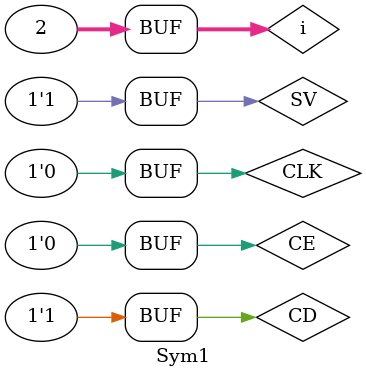
<source format=v>
`timescale 1ns / 1ps


module Sym1;

	// Inputs
	reg CLK;
	reg CE;
	reg CD;
	reg SV;

	// Outputs
	wire [3:0] out;

	// Instantiate the Unit Under Test (UUT)
	main uut (
		.CLK(CLK), 
		.CE(CE), 
		.CD(CD), 
		.SV(SV), 
		.out(out)
	);
	
	integer i;
	initial begin
		// Initialize Inputs
		CLK = 0;
		CE = 0;
		CD = 0;
		SV = 1;

		// Wait 100 ns for global reset to finish
		#50;
		
		//fork
		//begin
			CE = 1;
			for(i=0; i<11; i=i+1)
			begin
				#25 CLK = 1;
				#25 CLK = 0;
			end
		//end
			CE = 0;
			for(i=0; i<2; i=i+1)
			begin
				#25 CLK = 1;
				#25 CLK = 0;
			end
		
		#50;
		SV = 0;
		#50;
		SV = 1;
		//fork
		//begin
			CE = 1;
			for(i=0; i<11; i=i+1)
			begin
				#25 CLK = 1;
				#25 CLK = 0;
			end
		//end
			CE = 0;
			for(i=0; i<2; i=i+1)
			begin
				#25 CLK = 1;
				#25 CLK = 0;
			end
		
		CD = 1;
		
		#50;
		SV = 0;
		#50;
		SV = 1;
		
		CE = 1;
			for(i=0; i<11; i=i+1)
			begin
				#25 CLK = 1;
				#25 CLK = 0;
			end
		//end
			CE = 0;
			for(i=0; i<2; i=i+1)
			begin
				#25 CLK = 1;
				#25 CLK = 0;
			end
		
		#50;
		SV = 0;
		#50;
		SV = 1;
		//fork
		//begin
			CE = 1;
			for(i=0; i<11; i=i+1)
			begin
				#25 CLK = 1;
				#25 CLK = 0;
			end
		//end
			CE = 0;
			for(i=0; i<2; i=i+1)
			begin
				#25 CLK = 1;
				#25 CLK = 0;
			end
			
	end
endmodule


</source>
